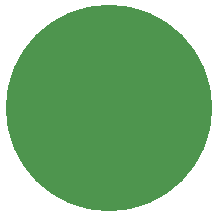
<source format=gbr>
G04 DipTrace 3.2.0.1*
G04 BottomPaste.gbr*
%MOIN*%
G04 #@! TF.FileFunction,Paste,Bot*
G04 #@! TF.Part,Single*
%ADD41C,0.688976*%
%FSLAX26Y26*%
G04*
G70*
G90*
G75*
G01*
G04 BotPaste*
%LPD*%
D41*
X971260Y959449D3*
M02*

</source>
